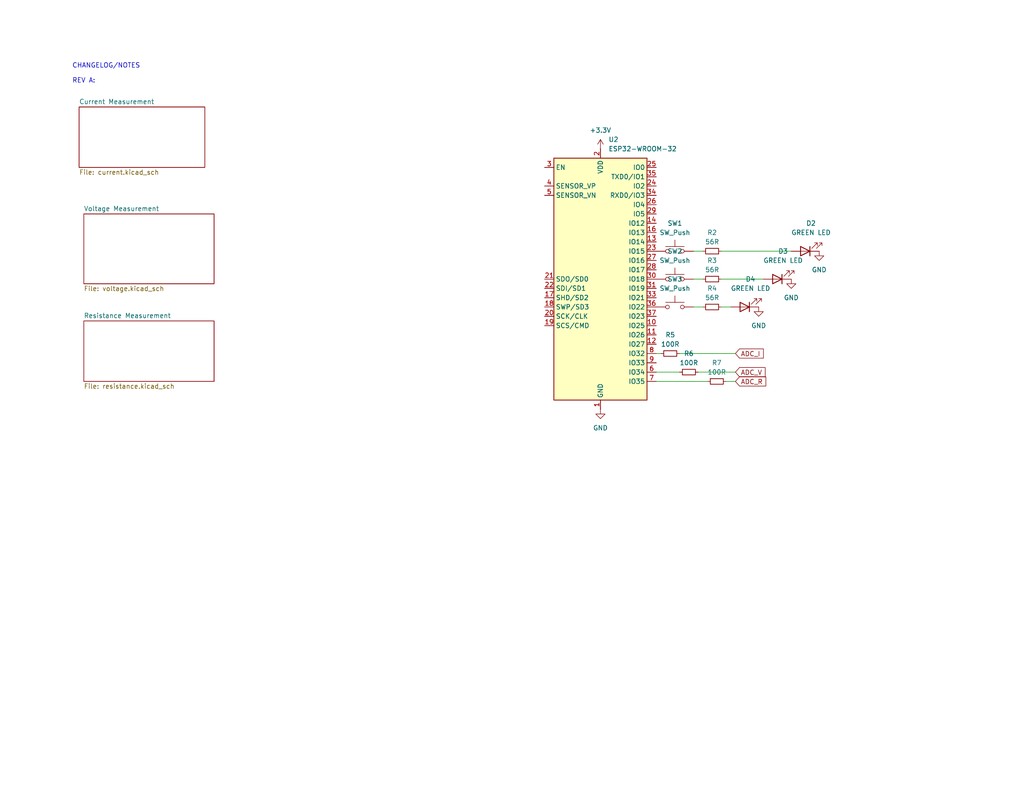
<source format=kicad_sch>
(kicad_sch (version 20230121) (generator eeschema)
  (paper "USLetter")
  (title_block (title "Main"))
  (lib_symbols
    (symbol "Device:LED" (pin_numbers hide) (pin_names (offset 1.016) hide)
      (property "Reference" "D" (at 0 2.54 0))
      (property "Value" "LED" (at 0 -2.54 0))
      (symbol "LED_0_1"
        (polyline (pts (xy -1.27 -1.27) (xy -1.27 1.27)) (stroke (width 0.254)))
        (polyline (pts (xy -1.27 0) (xy 1.27 0)))
        (polyline (pts (xy 1.27 -1.27) (xy 1.27 1.27) (xy -1.27 0) (xy 1.27 -1.27)) (stroke (width 0.254)))
        (polyline (pts (xy -3.048 -0.762) (xy -4.572 -2.286) (xy -3.81 -2.286) (xy -4.572 -2.286) (xy -4.572 -1.524)))
        (polyline (pts (xy -1.778 -0.762) (xy -3.302 -2.286) (xy -2.54 -2.286) (xy -3.302 -2.286) (xy -3.302 -1.524)))
      )
      (symbol "LED_1_1"
        (pin passive line (at -3.81 0 0) (length 2.54) (name "K") (number "1"))
        (pin passive line (at 3.81 0 180) (length 2.54) (name "A") (number "2"))
      )
    )
    (symbol "Device:R_Small" (pin_numbers hide) (pin_names (offset 0.254) hide)
      (property "Reference" "R" (at 0.762 0.508 0))
      (property "Value" "R_Small" (at 0.762 -1.016 0))
      (symbol "R_Small_0_1"
        (rectangle (start -0.762 1.778) (end 0.762 -1.778) (stroke (width 0.2032)))
      )
      (symbol "R_Small_1_1"
        (pin passive line (at 0 2.54 270) (length 0.762) (name "~") (number "1"))
        (pin passive line (at 0 -2.54 90) (length 0.762) (name "~") (number "2"))
      )
    )
    (symbol "RF_Module:ESP32-WROOM-32"
      (property "Reference" "U" (at -12.7 34.29 0))
      (property "Value" "ESP32-WROOM-32" (at 1.27 34.29 0))
      (symbol "ESP32-WROOM-32_0_1"
        (rectangle (start -12.7 33.02) (end 12.7 -33.02) (stroke (width 0.254)) (fill (type background)))
      )
      (symbol "ESP32-WROOM-32_1_1"
        (pin power_in line (at 0 -35.56 90) (length 2.54) (name "GND") (number "1"))
        (pin bidirectional line (at 15.24 -12.7 180) (length 2.54) (name "IO25") (number "10"))
        (pin bidirectional line (at 15.24 -15.24 180) (length 2.54) (name "IO26") (number "11"))
        (pin bidirectional line (at 15.24 -17.78 180) (length 2.54) (name "IO27") (number "12"))
        (pin bidirectional line (at 15.24 10.16 180) (length 2.54) (name "IO14") (number "13"))
        (pin bidirectional line (at 15.24 15.24 180) (length 2.54) (name "IO12") (number "14"))
        (pin passive line (at 0 -35.56 90) (length 2.54) hide (name "GND") (number "15"))
        (pin bidirectional line (at 15.24 12.7 180) (length 2.54) (name "IO13") (number "16"))
        (pin bidirectional line (at -15.24 -5.08 0) (length 2.54) (name "SHD/SD2") (number "17"))
        (pin bidirectional line (at -15.24 -7.62 0) (length 2.54) (name "SWP/SD3") (number "18"))
        (pin bidirectional line (at -15.24 -12.7 0) (length 2.54) (name "SCS/CMD") (number "19"))
        (pin power_in line (at 0 35.56 270) (length 2.54) (name "VDD") (number "2"))
        (pin bidirectional line (at -15.24 -10.16 0) (length 2.54) (name "SCK/CLK") (number "20"))
        (pin bidirectional line (at -15.24 0 0) (length 2.54) (name "SDO/SD0") (number "21"))
        (pin bidirectional line (at -15.24 -2.54 0) (length 2.54) (name "SDI/SD1") (number "22"))
        (pin bidirectional line (at 15.24 7.62 180) (length 2.54) (name "IO15") (number "23"))
        (pin bidirectional line (at 15.24 25.4 180) (length 2.54) (name "IO2") (number "24"))
        (pin bidirectional line (at 15.24 30.48 180) (length 2.54) (name "IO0") (number "25"))
        (pin bidirectional line (at 15.24 20.32 180) (length 2.54) (name "IO4") (number "26"))
        (pin bidirectional line (at 15.24 5.08 180) (length 2.54) (name "IO16") (number "27"))
        (pin bidirectional line (at 15.24 2.54 180) (length 2.54) (name "IO17") (number "28"))
        (pin bidirectional line (at 15.24 17.78 180) (length 2.54) (name "IO5") (number "29"))
        (pin input line (at -15.24 30.48 0) (length 2.54) (name "EN") (number "3"))
        (pin bidirectional line (at 15.24 0 180) (length 2.54) (name "IO18") (number "30"))
        (pin bidirectional line (at 15.24 -2.54 180) (length 2.54) (name "IO19") (number "31"))
        (pin no_connect line (at -12.7 -27.94 0) (length 2.54) hide (name "NC") (number "32"))
        (pin bidirectional line (at 15.24 -5.08 180) (length 2.54) (name "IO21") (number "33"))
        (pin bidirectional line (at 15.24 22.86 180) (length 2.54) (name "RXD0/IO3") (number "34"))
        (pin bidirectional line (at 15.24 27.94 180) (length 2.54) (name "TXD0/IO1") (number "35"))
        (pin bidirectional line (at 15.24 -7.62 180) (length 2.54) (name "IO22") (number "36"))
        (pin bidirectional line (at 15.24 -10.16 180) (length 2.54) (name "IO23") (number "37"))
        (pin passive line (at 0 -35.56 90) (length 2.54) hide (name "GND") (number "38"))
        (pin passive line (at 0 -35.56 90) (length 2.54) hide (name "GND") (number "39"))
        (pin input line (at -15.24 25.4 0) (length 2.54) (name "SENSOR_VP") (number "4"))
        (pin input line (at -15.24 22.86 0) (length 2.54) (name "SENSOR_VN") (number "5"))
        (pin input line (at 15.24 -25.4 180) (length 2.54) (name "IO34") (number "6"))
        (pin input line (at 15.24 -27.94 180) (length 2.54) (name "IO35") (number "7"))
        (pin bidirectional line (at 15.24 -20.32 180) (length 2.54) (name "IO32") (number "8"))
        (pin bidirectional line (at 15.24 -22.86 180) (length 2.54) (name "IO33") (number "9"))
      )
    )
    (symbol "Switch:SW_Push" (pin_numbers hide) (pin_names (offset 1.016) hide)
      (property "Reference" "SW" (at 1.27 2.54 0))
      (property "Value" "SW_Push" (at 0 -1.524 0))
      (symbol "SW_Push_0_1"
        (circle (center -2.032 0) (radius 0.508))
        (polyline (pts (xy 0 1.27) (xy 0 3.048)))
        (polyline (pts (xy 2.54 1.27) (xy -2.54 1.27)))
        (circle (center 2.032 0) (radius 0.508))
        (pin passive line (at -5.08 0 0) (length 2.54) (name "1") (number "1"))
        (pin passive line (at 5.08 0 180) (length 2.54) (name "2") (number "2"))
      )
    )
    (symbol "power:+3.3V" (power) (pin_names (offset 0))
      (property "Value" "+3.3V" (at 0 3.556 0))
      (symbol "+3.3V_0_1"
        (polyline (pts (xy -0.762 1.27) (xy 0 2.54)))
        (polyline (pts (xy 0 0) (xy 0 2.54)))
        (polyline (pts (xy 0 2.54) (xy 0.762 1.27)))
      )
      (symbol "+3.3V_1_1"
        (pin power_in line (at 0 0 90) (length 0) hide (name "+3.3V") (number "1"))
      )
    )
    (symbol "power:GND" (power) (pin_names (offset 0))
      (property "Value" "GND" (at 0 -3.81 0))
      (symbol "GND_0_1"
        (polyline (pts (xy 0 0) (xy 0 -1.27) (xy 1.27 -1.27) (xy 0 -2.54) (xy -1.27 -1.27) (xy 0 -1.27)))
      )
      (symbol "GND_1_1"
        (pin power_in line (at 0 0 270) (length 0) hide (name "GND") (number "1"))
      )
    )
  )
  (wire (pts (xy 179.07 101.6) (xy 185.42 101.6)))
  (wire (pts (xy 185.42 96.52) (xy 200.66 96.52)))
  (wire (pts (xy 199.39 83.82) (xy 196.85 83.82)))
  (wire (pts (xy 191.77 68.58) (xy 189.23 68.58)))
  (wire (pts (xy 215.9 68.58) (xy 196.85 68.58)))
  (wire (pts (xy 198.12 104.14) (xy 200.66 104.14)))
  (wire (pts (xy 191.77 76.2) (xy 189.23 76.2)))
  (wire (pts (xy 208.28 76.2) (xy 196.85 76.2)))
  (wire (pts (xy 179.07 96.52) (xy 180.34 96.52)))
  (wire (pts (xy 179.07 104.14) (xy 193.04 104.14)))
  (wire (pts (xy 191.77 83.82) (xy 189.23 83.82)))
  (wire (pts (xy 190.5 101.6) (xy 200.66 101.6)))
  (text "CHANGELOG/NOTES\n\nREV A: " (at 19.685 22.86 0) (effects (font (size 1.27 1.27)) (justify left bottom)))
  (global_label "ADC_R" (shape input) (at 200.66 104.14 0) (property "Intersheetrefs" "${INTERSHEET_REFS}" (effects hide)))
  (global_label "ADC_I" (shape input) (at 200.66 96.52 0) (property "Intersheetrefs" "${INTERSHEET_REFS}" (effects hide)))
  (global_label "ADC_V" (shape input) (at 200.66 101.6 0) (property "Intersheetrefs" "${INTERSHEET_REFS}" (effects hide)))
  (symbol (lib_id "Device:R_Small") (at 187.96 101.6 90) (unit 1)
    (property "Reference" "R6" (at 187.96 96.52 90))
    (property "Value" "100R" (at 187.96 99.06 90))
  )
  (symbol (lib_id "Device:R_Small") (at 182.88 96.52 90) (unit 1)
    (property "Reference" "R5" (at 182.88 91.44 90))
    (property "Value" "100R" (at 182.88 93.98 90))
  )
  (symbol (lib_id "Switch:SW_Push") (at 184.15 83.82 0) (unit 1)
    (property "Reference" "SW3" (at 184.15 76.2 0))
    (property "Value" "SW_Push" (at 184.15 78.74 0))
  )
  (symbol (lib_id "Device:R_Small") (at 194.31 83.82 90) (unit 1)
    (property "Reference" "R4" (at 194.31 78.74 90))
    (property "Value" "56R" (at 194.31 81.28 90))
  )
  (symbol (lib_id "Device:R_Small") (at 194.31 68.58 90) (unit 1)
    (property "Reference" "R2" (at 194.31 63.5 90))
    (property "Value" "56R" (at 194.31 66.04 90))
  )
  (symbol (lib_id "Device:R_Small") (at 194.31 76.2 90) (unit 1)
    (property "Reference" "R3" (at 194.31 71.12 90))
    (property "Value" "56R" (at 194.31 73.66 90))
  )
  (symbol (lib_id "power:+3.3V") (at 163.83 40.64 0) (unit 1)
    (property "Reference" "#PWR04" (effects hide))
    (property "Value" "+3.3V" (at 163.83 35.56 0))
  )
  (symbol (lib_id "Switch:SW_Push") (at 184.15 68.58 0) (unit 1)
    (property "Reference" "SW1" (at 184.15 60.96 0))
    (property "Value" "SW_Push" (at 184.15 63.5 0))
  )
  (symbol (lib_id "Switch:SW_Push") (at 184.15 76.2 0) (unit 1)
    (property "Reference" "SW2" (at 184.15 68.58 0))
    (property "Value" "SW_Push" (at 184.15 71.12 0))
  )
  (symbol (lib_id "power:GND") (at 223.52 68.58 0) (unit 1)
    (property "Reference" "#PWR05" (effects hide))
    (property "Value" "GND" (at 223.52 73.66 0))
  )
  (symbol (lib_id "Device:LED") (at 203.2 83.82 180) (unit 1)
    (property "Reference" "D4" (at 204.7875 76.2 0))
    (property "Value" "GREEN LED" (at 204.7875 78.74 0))
    (property "Footprint" "LED_SMD:LED_0603_1608Metric_Pad1.05x0.95mm_HandSolder" (effects hide))
    (property "Datasheet" "https://mm.digikey.com/Volume0/opasdata/d220001/medias/docus/858/LTST-C190GKT.pdf" (effects hide))
    (property "Digikey PN" "160-1183-1-ND" (effects hide))
    (property "MPN" "LTST-C190GKT" (effects hide))
  )
  (symbol (lib_id "power:GND") (at 163.83 111.76 0) (unit 1)
    (property "Reference" "#PWR03" (effects hide))
    (property "Value" "GND" (at 163.83 116.84 0))
  )
  (symbol (lib_id "Device:LED") (at 212.09 76.2 180) (unit 1)
    (property "Reference" "D3" (at 213.6775 68.58 0))
    (property "Value" "GREEN LED" (at 213.6775 71.12 0))
    (property "Footprint" "LED_SMD:LED_0603_1608Metric_Pad1.05x0.95mm_HandSolder" (effects hide))
    (property "Datasheet" "https://mm.digikey.com/Volume0/opasdata/d220001/medias/docus/858/LTST-C190GKT.pdf" (effects hide))
    (property "Digikey PN" "160-1183-1-ND" (effects hide))
    (property "MPN" "LTST-C190GKT" (effects hide))
  )
  (symbol (lib_id "RF_Module:ESP32-WROOM-32") (at 163.83 76.2 0) (unit 1)
    (property "Reference" "U2" (at 166.0241 38.1 0) (effects (justify left)))
    (property "Value" "ESP32-WROOM-32" (at 166.0241 40.64 0) (effects (justify left)))
    (property "Footprint" "RF_Module:ESP32-WROOM-32" (effects hide))
    (property "Datasheet" "https://www.espressif.com/sites/default/files/documentation/esp32-wroom-32_datasheet_en.pdf" (effects hide))
  )
  (symbol (lib_id "power:GND") (at 207.01 83.82 0) (unit 1)
    (property "Reference" "#PWR07" (effects hide))
    (property "Value" "GND" (at 207.01 88.9 0))
  )
  (symbol (lib_id "Device:R_Small") (at 195.58 104.14 270) (unit 1)
    (property "Reference" "R7" (at 195.58 99.06 90))
    (property "Value" "100R" (at 195.58 101.6 90))
  )
  (symbol (lib_id "Device:LED") (at 219.71 68.58 180) (unit 1)
    (property "Reference" "D2" (at 221.2975 60.96 0))
    (property "Value" "GREEN LED" (at 221.2975 63.5 0))
    (property "Footprint" "LED_SMD:LED_0603_1608Metric_Pad1.05x0.95mm_HandSolder" (effects hide))
    (property "Datasheet" "https://mm.digikey.com/Volume0/opasdata/d220001/medias/docus/858/LTST-C190GKT.pdf" (effects hide))
    (property "Digikey PN" "160-1183-1-ND" (effects hide))
    (property "MPN" "LTST-C190GKT" (effects hide))
  )
  (symbol (lib_id "power:GND") (at 215.9 76.2 0) (unit 1)
    (property "Reference" "#PWR06" (effects hide))
    (property "Value" "GND" (at 215.9 81.28 0))
  )
  (sheet (at 21.59 29.21) (size 34.29 16.51) (stroke (width 0.1524))
    (property "Sheetname" "Current Measurement" (at 21.59 28.4984 0) (effects (justify left bottom)))
    (property "Sheetfile" "current.kicad_sch" (at 21.59 46.3046 0) (effects (justify left top)))
  )
  (sheet (at 22.86 87.63) (size 35.56 16.51) (stroke (width 0.1524))
    (property "Sheetname" "Resistance Measurement" (at 22.86 86.9184 0) (effects (justify left bottom)))
    (property "Sheetfile" "resistance.kicad_sch" (at 22.86 104.7246 0) (effects (justify left top)))
  )
  (sheet (at 22.86 58.42) (size 35.56 19.05) (stroke (width 0.1524))
    (property "Sheetname" "Voltage Measurement" (at 22.86 57.7084 0) (effects (justify left bottom)))
    (property "Sheetfile" "voltage.kicad_sch" (at 22.86 78.0546 0) (effects (justify left top)))
  )
)
</source>
